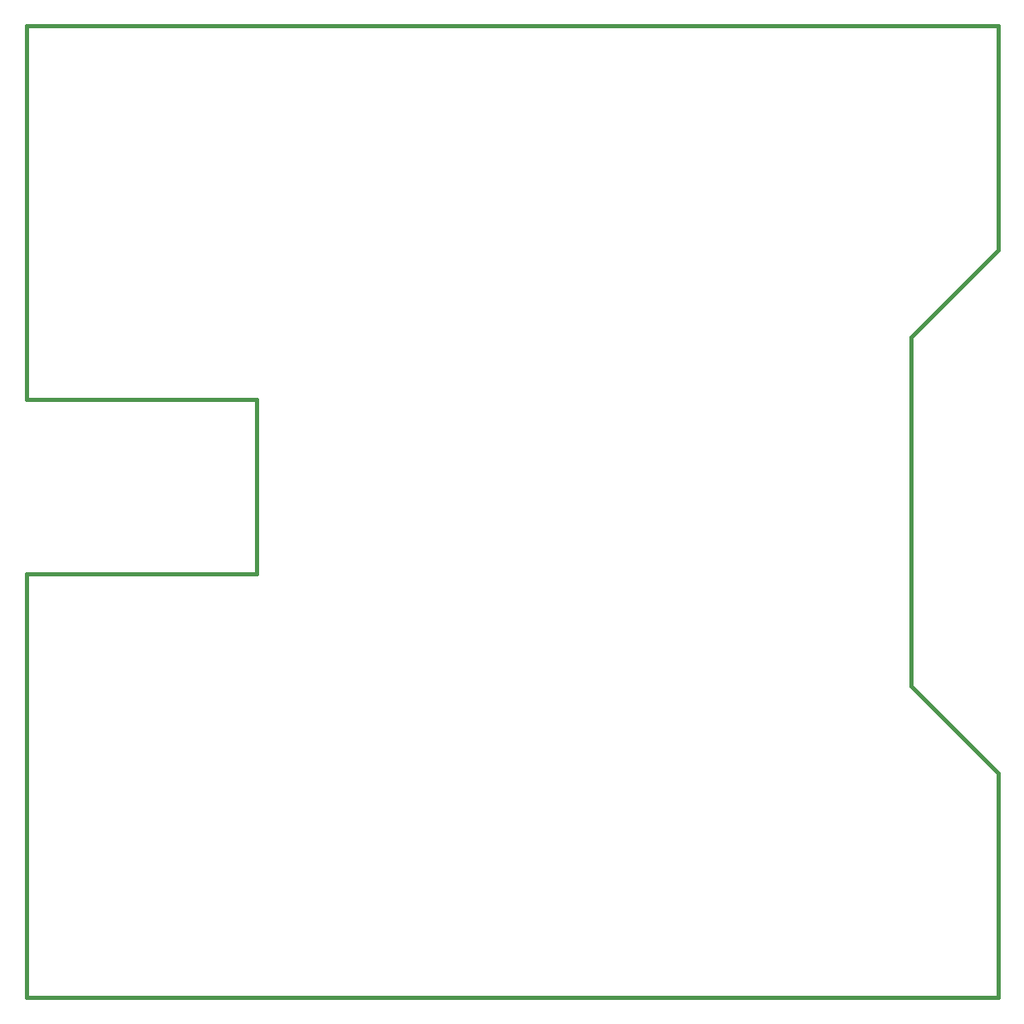
<source format=gbr>
G04 (created by PCBNEW (2013-07-07 BZR 4022)-stable) date 2/16/2014 1:34:47 PM*
%MOIN*%
G04 Gerber Fmt 3.4, Leading zero omitted, Abs format*
%FSLAX34Y34*%
G01*
G70*
G90*
G04 APERTURE LIST*
%ADD10C,0.00590551*%
%ADD11C,0.015*%
G04 APERTURE END LIST*
G54D10*
G54D11*
X38400Y500D02*
X-600Y500D01*
X38400Y9500D02*
X38400Y500D01*
X34900Y13000D02*
X38400Y9500D01*
X34900Y27000D02*
X34900Y13000D01*
X38400Y30500D02*
X34900Y27000D01*
X38400Y39500D02*
X38400Y30500D01*
X-600Y39500D02*
X38400Y39500D01*
X-600Y24500D02*
X-600Y39500D01*
X8650Y24500D02*
X-600Y24500D01*
X8650Y17500D02*
X8650Y24500D01*
X-600Y17500D02*
X8650Y17500D01*
X-600Y500D02*
X-600Y17500D01*
M02*

</source>
